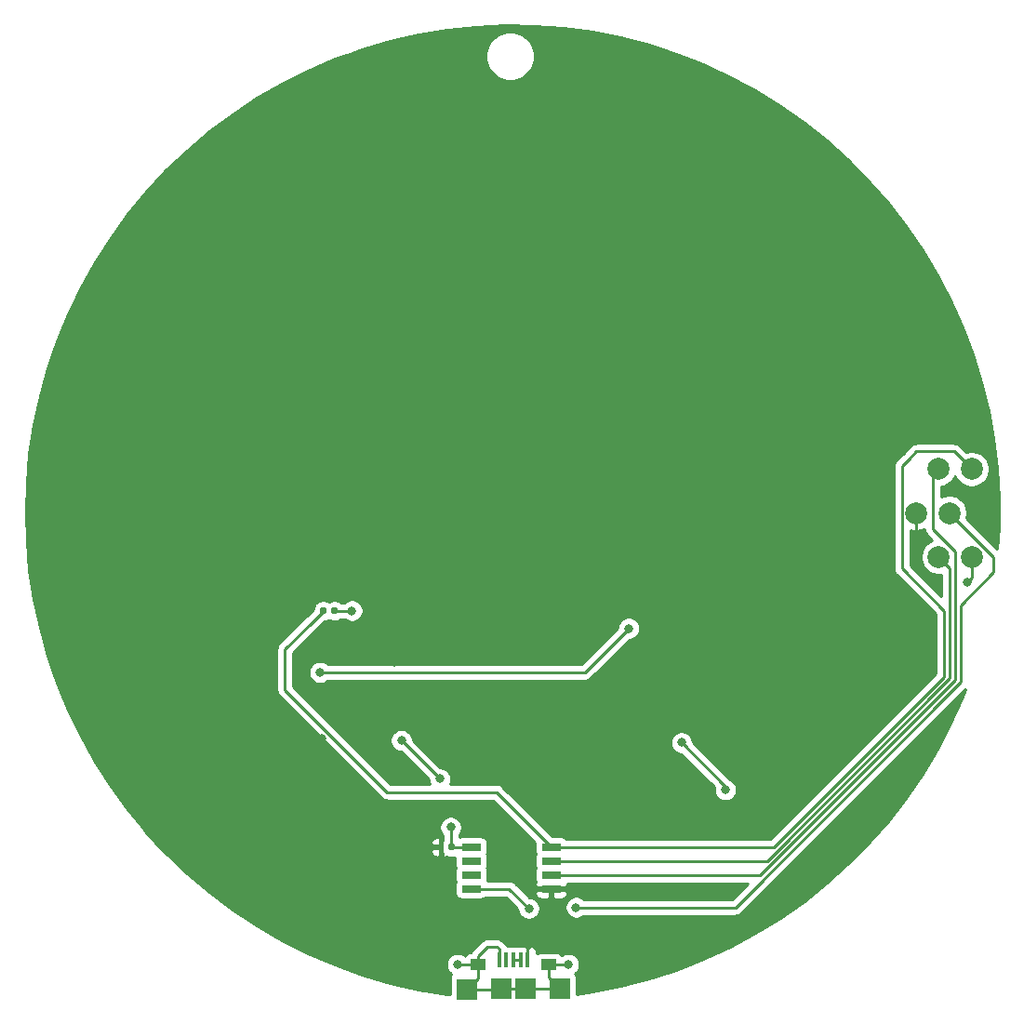
<source format=gbl>
G04 #@! TF.GenerationSoftware,KiCad,Pcbnew,5.1.10*
G04 #@! TF.CreationDate,2021-09-05T11:20:00+02:00*
G04 #@! TF.ProjectId,badge,62616467-652e-46b6-9963-61645f706362,rev?*
G04 #@! TF.SameCoordinates,Original*
G04 #@! TF.FileFunction,Copper,L2,Bot*
G04 #@! TF.FilePolarity,Positive*
%FSLAX46Y46*%
G04 Gerber Fmt 4.6, Leading zero omitted, Abs format (unit mm)*
G04 Created by KiCad (PCBNEW 5.1.10) date 2021-09-05 11:20:00*
%MOMM*%
%LPD*%
G01*
G04 APERTURE LIST*
G04 #@! TA.AperFunction,SMDPad,CuDef*
%ADD10C,2.000000*%
G04 #@! TD*
G04 #@! TA.AperFunction,SMDPad,CuDef*
%ADD11R,0.400000X1.350000*%
G04 #@! TD*
G04 #@! TA.AperFunction,SMDPad,CuDef*
%ADD12R,1.350000X1.000000*%
G04 #@! TD*
G04 #@! TA.AperFunction,SMDPad,CuDef*
%ADD13R,1.900000X1.900000*%
G04 #@! TD*
G04 #@! TA.AperFunction,SMDPad,CuDef*
%ADD14R,1.700000X0.650000*%
G04 #@! TD*
G04 #@! TA.AperFunction,ViaPad*
%ADD15C,0.800000*%
G04 #@! TD*
G04 #@! TA.AperFunction,Conductor*
%ADD16C,0.250000*%
G04 #@! TD*
G04 #@! TA.AperFunction,Conductor*
%ADD17C,0.254000*%
G04 #@! TD*
G04 #@! TA.AperFunction,Conductor*
%ADD18C,0.100000*%
G04 #@! TD*
G04 APERTURE END LIST*
G04 #@! TA.AperFunction,SMDPad,CuDef*
G36*
G01*
X144380000Y-130670000D02*
X144380000Y-130330000D01*
G75*
G02*
X144520000Y-130190000I140000J0D01*
G01*
X144800000Y-130190000D01*
G75*
G02*
X144940000Y-130330000I0J-140000D01*
G01*
X144940000Y-130670000D01*
G75*
G02*
X144800000Y-130810000I-140000J0D01*
G01*
X144520000Y-130810000D01*
G75*
G02*
X144380000Y-130670000I0J140000D01*
G01*
G37*
G04 #@! TD.AperFunction*
G04 #@! TA.AperFunction,SMDPad,CuDef*
G36*
G01*
X143420000Y-130670000D02*
X143420000Y-130330000D01*
G75*
G02*
X143560000Y-130190000I140000J0D01*
G01*
X143840000Y-130190000D01*
G75*
G02*
X143980000Y-130330000I0J-140000D01*
G01*
X143980000Y-130670000D01*
G75*
G02*
X143840000Y-130810000I-140000J0D01*
G01*
X143560000Y-130810000D01*
G75*
G02*
X143420000Y-130670000I0J140000D01*
G01*
G37*
G04 #@! TD.AperFunction*
D10*
X189000000Y-104100000D03*
X187000000Y-100100000D03*
X189000000Y-96100000D03*
X192000000Y-96100000D03*
X190000000Y-100100000D03*
X192000000Y-104100000D03*
D11*
X151600000Y-140800000D03*
X150950000Y-140800000D03*
X150300000Y-140800000D03*
X149650000Y-140800000D03*
X149000000Y-140800000D03*
D12*
X153500000Y-141200000D03*
X147100000Y-141200000D03*
D13*
X146100000Y-143450000D03*
X154500000Y-143400000D03*
X151400000Y-143400000D03*
X149200000Y-143400000D03*
G04 #@! TA.AperFunction,SMDPad,CuDef*
G36*
G01*
X134280000Y-108815000D02*
X134280000Y-109185000D01*
G75*
G02*
X134145000Y-109320000I-135000J0D01*
G01*
X133875000Y-109320000D01*
G75*
G02*
X133740000Y-109185000I0J135000D01*
G01*
X133740000Y-108815000D01*
G75*
G02*
X133875000Y-108680000I135000J0D01*
G01*
X134145000Y-108680000D01*
G75*
G02*
X134280000Y-108815000I0J-135000D01*
G01*
G37*
G04 #@! TD.AperFunction*
G04 #@! TA.AperFunction,SMDPad,CuDef*
G36*
G01*
X133260000Y-108815000D02*
X133260000Y-109185000D01*
G75*
G02*
X133125000Y-109320000I-135000J0D01*
G01*
X132855000Y-109320000D01*
G75*
G02*
X132720000Y-109185000I0J135000D01*
G01*
X132720000Y-108815000D01*
G75*
G02*
X132855000Y-108680000I135000J0D01*
G01*
X133125000Y-108680000D01*
G75*
G02*
X133260000Y-108815000I0J-135000D01*
G01*
G37*
G04 #@! TD.AperFunction*
D14*
X146450000Y-134305000D03*
X146450000Y-133035000D03*
X146450000Y-131765000D03*
X146450000Y-130495000D03*
X153750000Y-130495000D03*
X153750000Y-131765000D03*
X153750000Y-133035000D03*
X153750000Y-134305000D03*
D15*
X140100000Y-120800000D03*
X143600000Y-124300000D03*
X165600000Y-121000000D03*
X169600000Y-125300000D03*
X155300000Y-141200000D03*
X145200000Y-141200000D03*
X144600000Y-128700000D03*
X191600000Y-106400000D03*
X132835911Y-120593537D03*
X139500000Y-113700000D03*
X159635911Y-120343537D03*
X166500000Y-113700000D03*
X188700000Y-106699998D03*
X187250000Y-108150000D03*
X135600000Y-109000000D03*
X156000000Y-136000000D03*
X151700000Y-136100000D03*
X160800000Y-110600000D03*
X132700000Y-114600004D03*
D16*
X140100000Y-120800000D02*
X143600000Y-124300000D01*
X169600000Y-125000000D02*
X169600000Y-125300000D01*
X165600000Y-121000000D02*
X169600000Y-125000000D01*
X147000000Y-141200000D02*
X145200000Y-141200000D01*
X147100000Y-141200000D02*
X147000000Y-141200000D01*
X153500000Y-141200000D02*
X155300000Y-141200000D01*
X147100000Y-141200000D02*
X147100000Y-140400000D01*
X147100000Y-140400000D02*
X147900000Y-139600000D01*
X149000000Y-139800000D02*
X149000000Y-140800000D01*
X148800000Y-139600000D02*
X149000000Y-139800000D01*
X147900000Y-139600000D02*
X148800000Y-139600000D01*
X153500000Y-142400000D02*
X154500000Y-143400000D01*
X153500000Y-141200000D02*
X153500000Y-142400000D01*
X147100000Y-142450000D02*
X146100000Y-143450000D01*
X147100000Y-141200000D02*
X147100000Y-142450000D01*
X149150000Y-143450000D02*
X149200000Y-143400000D01*
X146100000Y-143450000D02*
X149150000Y-143450000D01*
X149200000Y-143400000D02*
X151400000Y-143400000D01*
X151400000Y-143400000D02*
X154500000Y-143400000D01*
X144665000Y-130495000D02*
X144660000Y-130500000D01*
X146450000Y-130495000D02*
X144665000Y-130495000D01*
X144660000Y-128760000D02*
X144600000Y-128700000D01*
X144660000Y-130500000D02*
X144660000Y-128760000D01*
X192000000Y-106000000D02*
X191600000Y-106400000D01*
X192000000Y-104100000D02*
X192000000Y-106000000D01*
X151600000Y-140800000D02*
X151600000Y-139400000D01*
X187000000Y-100100000D02*
X187000000Y-105000000D01*
X187000000Y-105000000D02*
X187400001Y-105399999D01*
X187400001Y-105399999D02*
X188700000Y-106699998D01*
X134010000Y-109000000D02*
X135600000Y-109000000D01*
X173371411Y-131765000D02*
X153750000Y-131765000D01*
X190000000Y-105100000D02*
X190000000Y-115136411D01*
X189000000Y-104100000D02*
X190000000Y-105100000D01*
X190000000Y-115136411D02*
X173371411Y-131765000D01*
X188500000Y-96600000D02*
X188500000Y-101600000D01*
X188500000Y-101600000D02*
X190500000Y-103600000D01*
X190500000Y-115272822D02*
X172737822Y-133035000D01*
X172737822Y-133035000D02*
X153750000Y-133035000D01*
X189000000Y-96100000D02*
X188500000Y-96600000D01*
X190500000Y-103600000D02*
X190500000Y-115272822D01*
X129500000Y-116184624D02*
X138815376Y-125500000D01*
X129500000Y-112500000D02*
X129500000Y-116184624D01*
X131974999Y-110025001D02*
X129500000Y-112500000D01*
X131974999Y-110015001D02*
X131974999Y-110025001D01*
X148755000Y-125500000D02*
X153750000Y-130495000D01*
X138815376Y-125500000D02*
X148755000Y-125500000D01*
X132990000Y-109000000D02*
X131974999Y-110015001D01*
X187000000Y-94500000D02*
X190400000Y-94500000D01*
X190400000Y-94500000D02*
X192000000Y-96100000D01*
X185674999Y-105174999D02*
X185674999Y-95825001D01*
X185674999Y-95825001D02*
X186250000Y-95250000D01*
X189500000Y-109000000D02*
X185674999Y-105174999D01*
X174005000Y-130495000D02*
X189500000Y-115000000D01*
X153750000Y-130495000D02*
X174005000Y-130495000D01*
X186250000Y-95250000D02*
X187000000Y-94500000D01*
X189500000Y-115000000D02*
X189500000Y-109000000D01*
X170500000Y-136000000D02*
X156000000Y-136000000D01*
X191000000Y-115500000D02*
X170500000Y-136000000D01*
X191000000Y-108500000D02*
X191000000Y-115500000D01*
X194000000Y-105500000D02*
X191000000Y-108500000D01*
X190000000Y-100100000D02*
X194000000Y-104100000D01*
X194000000Y-104100000D02*
X194000000Y-105500000D01*
X149905000Y-134305000D02*
X151700000Y-136100000D01*
X146450000Y-134305000D02*
X149905000Y-134305000D01*
X150300000Y-140800000D02*
X150950000Y-140800000D01*
X160800000Y-110600000D02*
X156799996Y-114600004D01*
X156799996Y-114600004D02*
X132700000Y-114600004D01*
D17*
X152187063Y-55754597D02*
X154829566Y-55952625D01*
X157455495Y-56308332D01*
X160055452Y-56820443D01*
X162620129Y-57487126D01*
X165140345Y-58305993D01*
X167607079Y-59274115D01*
X170011499Y-60388025D01*
X172345000Y-61643735D01*
X174599227Y-63036751D01*
X176766112Y-64562085D01*
X178837896Y-66214278D01*
X180807165Y-67987415D01*
X182666867Y-69875149D01*
X184410347Y-71870723D01*
X186031363Y-73966991D01*
X187524111Y-76156451D01*
X188883249Y-78431265D01*
X190103911Y-80783289D01*
X191181727Y-83204104D01*
X192112840Y-85685044D01*
X192893915Y-88217228D01*
X193522157Y-90791591D01*
X193995317Y-93398918D01*
X194311701Y-96029875D01*
X194470177Y-98675044D01*
X194470177Y-101324956D01*
X194347494Y-103372692D01*
X191566177Y-100591376D01*
X191572168Y-100576912D01*
X191635000Y-100261033D01*
X191635000Y-99938967D01*
X191572168Y-99623088D01*
X191448918Y-99325537D01*
X191269987Y-99057748D01*
X191042252Y-98830013D01*
X190774463Y-98651082D01*
X190476912Y-98527832D01*
X190161033Y-98465000D01*
X189838967Y-98465000D01*
X189523088Y-98527832D01*
X189260000Y-98636807D01*
X189260000Y-97715314D01*
X189476912Y-97672168D01*
X189774463Y-97548918D01*
X190042252Y-97369987D01*
X190269987Y-97142252D01*
X190448918Y-96874463D01*
X190500000Y-96751140D01*
X190551082Y-96874463D01*
X190730013Y-97142252D01*
X190957748Y-97369987D01*
X191225537Y-97548918D01*
X191523088Y-97672168D01*
X191838967Y-97735000D01*
X192161033Y-97735000D01*
X192476912Y-97672168D01*
X192774463Y-97548918D01*
X193042252Y-97369987D01*
X193269987Y-97142252D01*
X193448918Y-96874463D01*
X193572168Y-96576912D01*
X193635000Y-96261033D01*
X193635000Y-95938967D01*
X193572168Y-95623088D01*
X193448918Y-95325537D01*
X193269987Y-95057748D01*
X193042252Y-94830013D01*
X192774463Y-94651082D01*
X192476912Y-94527832D01*
X192161033Y-94465000D01*
X191838967Y-94465000D01*
X191523088Y-94527832D01*
X191508624Y-94533823D01*
X190963804Y-93989003D01*
X190940001Y-93959999D01*
X190824276Y-93865026D01*
X190692247Y-93794454D01*
X190548986Y-93750997D01*
X190437333Y-93740000D01*
X190437322Y-93740000D01*
X190400000Y-93736324D01*
X190362678Y-93740000D01*
X187037322Y-93740000D01*
X186999999Y-93736324D01*
X186962676Y-93740000D01*
X186962667Y-93740000D01*
X186851014Y-93750997D01*
X186707753Y-93794454D01*
X186575724Y-93865026D01*
X186459999Y-93959999D01*
X186436201Y-93988998D01*
X185739002Y-94686197D01*
X185738997Y-94686201D01*
X185163997Y-95261202D01*
X185134999Y-95285000D01*
X185111201Y-95313998D01*
X185111200Y-95313999D01*
X185040025Y-95400725D01*
X184969453Y-95532755D01*
X184966574Y-95542247D01*
X184926086Y-95675724D01*
X184925997Y-95676016D01*
X184911323Y-95825001D01*
X184915000Y-95862333D01*
X184914999Y-105137677D01*
X184911323Y-105174999D01*
X184914999Y-105212321D01*
X184914999Y-105212331D01*
X184925996Y-105323984D01*
X184939951Y-105369987D01*
X184969453Y-105467245D01*
X185040025Y-105599275D01*
X185073448Y-105640001D01*
X185134998Y-105715000D01*
X185164002Y-105738803D01*
X188740001Y-109314803D01*
X188740000Y-114685198D01*
X173690199Y-129735000D01*
X155064468Y-129735000D01*
X155051185Y-129718815D01*
X154954494Y-129639463D01*
X154844180Y-129580498D01*
X154724482Y-129544188D01*
X154600000Y-129531928D01*
X153861730Y-129531928D01*
X149318804Y-124989003D01*
X149295001Y-124959999D01*
X149179276Y-124865026D01*
X149047247Y-124794454D01*
X148903986Y-124750997D01*
X148792333Y-124740000D01*
X148792322Y-124740000D01*
X148755000Y-124736324D01*
X148717678Y-124740000D01*
X144538022Y-124740000D01*
X144595226Y-124601898D01*
X144635000Y-124401939D01*
X144635000Y-124198061D01*
X144595226Y-123998102D01*
X144517205Y-123809744D01*
X144403937Y-123640226D01*
X144259774Y-123496063D01*
X144090256Y-123382795D01*
X143901898Y-123304774D01*
X143701939Y-123265000D01*
X143639803Y-123265000D01*
X141272863Y-120898061D01*
X164565000Y-120898061D01*
X164565000Y-121101939D01*
X164604774Y-121301898D01*
X164682795Y-121490256D01*
X164796063Y-121659774D01*
X164940226Y-121803937D01*
X165109744Y-121917205D01*
X165298102Y-121995226D01*
X165498061Y-122035000D01*
X165560199Y-122035000D01*
X168591257Y-125066059D01*
X168565000Y-125198061D01*
X168565000Y-125401939D01*
X168604774Y-125601898D01*
X168682795Y-125790256D01*
X168796063Y-125959774D01*
X168940226Y-126103937D01*
X169109744Y-126217205D01*
X169298102Y-126295226D01*
X169498061Y-126335000D01*
X169701939Y-126335000D01*
X169901898Y-126295226D01*
X170090256Y-126217205D01*
X170259774Y-126103937D01*
X170403937Y-125959774D01*
X170517205Y-125790256D01*
X170595226Y-125601898D01*
X170635000Y-125401939D01*
X170635000Y-125198061D01*
X170595226Y-124998102D01*
X170517205Y-124809744D01*
X170403937Y-124640226D01*
X170259774Y-124496063D01*
X170090256Y-124382795D01*
X170034503Y-124359701D01*
X166635000Y-120960199D01*
X166635000Y-120898061D01*
X166595226Y-120698102D01*
X166517205Y-120509744D01*
X166403937Y-120340226D01*
X166259774Y-120196063D01*
X166090256Y-120082795D01*
X165901898Y-120004774D01*
X165701939Y-119965000D01*
X165498061Y-119965000D01*
X165298102Y-120004774D01*
X165109744Y-120082795D01*
X164940226Y-120196063D01*
X164796063Y-120340226D01*
X164682795Y-120509744D01*
X164604774Y-120698102D01*
X164565000Y-120898061D01*
X141272863Y-120898061D01*
X141135000Y-120760199D01*
X141135000Y-120698061D01*
X141095226Y-120498102D01*
X141017205Y-120309744D01*
X140903937Y-120140226D01*
X140759774Y-119996063D01*
X140590256Y-119882795D01*
X140401898Y-119804774D01*
X140201939Y-119765000D01*
X139998061Y-119765000D01*
X139798102Y-119804774D01*
X139609744Y-119882795D01*
X139440226Y-119996063D01*
X139296063Y-120140226D01*
X139182795Y-120309744D01*
X139104774Y-120498102D01*
X139065000Y-120698061D01*
X139065000Y-120901939D01*
X139104774Y-121101898D01*
X139182795Y-121290256D01*
X139296063Y-121459774D01*
X139440226Y-121603937D01*
X139609744Y-121717205D01*
X139798102Y-121795226D01*
X139998061Y-121835000D01*
X140060199Y-121835000D01*
X142565000Y-124339803D01*
X142565000Y-124401939D01*
X142604774Y-124601898D01*
X142661978Y-124740000D01*
X139130178Y-124740000D01*
X130260000Y-115869823D01*
X130260000Y-114498065D01*
X131665000Y-114498065D01*
X131665000Y-114701943D01*
X131704774Y-114901902D01*
X131782795Y-115090260D01*
X131896063Y-115259778D01*
X132040226Y-115403941D01*
X132209744Y-115517209D01*
X132398102Y-115595230D01*
X132598061Y-115635004D01*
X132801939Y-115635004D01*
X133001898Y-115595230D01*
X133190256Y-115517209D01*
X133359774Y-115403941D01*
X133403711Y-115360004D01*
X156762674Y-115360004D01*
X156799996Y-115363680D01*
X156837318Y-115360004D01*
X156837329Y-115360004D01*
X156948982Y-115349007D01*
X157092243Y-115305550D01*
X157224272Y-115234978D01*
X157339997Y-115140005D01*
X157363800Y-115111001D01*
X160839802Y-111635000D01*
X160901939Y-111635000D01*
X161101898Y-111595226D01*
X161290256Y-111517205D01*
X161459774Y-111403937D01*
X161603937Y-111259774D01*
X161717205Y-111090256D01*
X161795226Y-110901898D01*
X161835000Y-110701939D01*
X161835000Y-110498061D01*
X161795226Y-110298102D01*
X161717205Y-110109744D01*
X161603937Y-109940226D01*
X161459774Y-109796063D01*
X161290256Y-109682795D01*
X161101898Y-109604774D01*
X160901939Y-109565000D01*
X160698061Y-109565000D01*
X160498102Y-109604774D01*
X160309744Y-109682795D01*
X160140226Y-109796063D01*
X159996063Y-109940226D01*
X159882795Y-110109744D01*
X159804774Y-110298102D01*
X159765000Y-110498061D01*
X159765000Y-110560198D01*
X156485195Y-113840004D01*
X133403711Y-113840004D01*
X133359774Y-113796067D01*
X133190256Y-113682799D01*
X133001898Y-113604778D01*
X132801939Y-113565004D01*
X132598061Y-113565004D01*
X132398102Y-113604778D01*
X132209744Y-113682799D01*
X132040226Y-113796067D01*
X131896063Y-113940230D01*
X131782795Y-114109748D01*
X131704774Y-114298106D01*
X131665000Y-114498065D01*
X130260000Y-114498065D01*
X130260000Y-112814801D01*
X132486002Y-110588800D01*
X132515000Y-110565002D01*
X132538798Y-110536004D01*
X132584571Y-110480230D01*
X133106730Y-109958072D01*
X133125000Y-109958072D01*
X133275819Y-109943218D01*
X133420842Y-109899225D01*
X133500000Y-109856914D01*
X133579158Y-109899225D01*
X133724181Y-109943218D01*
X133875000Y-109958072D01*
X134145000Y-109958072D01*
X134295819Y-109943218D01*
X134440842Y-109899225D01*
X134574496Y-109827786D01*
X134657093Y-109760000D01*
X134896289Y-109760000D01*
X134940226Y-109803937D01*
X135109744Y-109917205D01*
X135298102Y-109995226D01*
X135498061Y-110035000D01*
X135701939Y-110035000D01*
X135901898Y-109995226D01*
X136090256Y-109917205D01*
X136259774Y-109803937D01*
X136403937Y-109659774D01*
X136517205Y-109490256D01*
X136595226Y-109301898D01*
X136635000Y-109101939D01*
X136635000Y-108898061D01*
X136595226Y-108698102D01*
X136517205Y-108509744D01*
X136403937Y-108340226D01*
X136259774Y-108196063D01*
X136090256Y-108082795D01*
X135901898Y-108004774D01*
X135701939Y-107965000D01*
X135498061Y-107965000D01*
X135298102Y-108004774D01*
X135109744Y-108082795D01*
X134940226Y-108196063D01*
X134896289Y-108240000D01*
X134657093Y-108240000D01*
X134574496Y-108172214D01*
X134440842Y-108100775D01*
X134295819Y-108056782D01*
X134145000Y-108041928D01*
X133875000Y-108041928D01*
X133724181Y-108056782D01*
X133579158Y-108100775D01*
X133500000Y-108143086D01*
X133420842Y-108100775D01*
X133275819Y-108056782D01*
X133125000Y-108041928D01*
X132855000Y-108041928D01*
X132704181Y-108056782D01*
X132559158Y-108100775D01*
X132425504Y-108172214D01*
X132308356Y-108268356D01*
X132212214Y-108385504D01*
X132140775Y-108519158D01*
X132096782Y-108664181D01*
X132081928Y-108815000D01*
X132081928Y-108833270D01*
X131464001Y-109451197D01*
X131434998Y-109475000D01*
X131381654Y-109540000D01*
X131365436Y-109559762D01*
X128989003Y-111936196D01*
X128959999Y-111959999D01*
X128904871Y-112027174D01*
X128865026Y-112075724D01*
X128816844Y-112165865D01*
X128794454Y-112207754D01*
X128750997Y-112351015D01*
X128740000Y-112462668D01*
X128740000Y-112462678D01*
X128736324Y-112500000D01*
X128740000Y-112537323D01*
X128740001Y-116147292D01*
X128736324Y-116184624D01*
X128750998Y-116333609D01*
X128794454Y-116476870D01*
X128865026Y-116608900D01*
X128936201Y-116695626D01*
X128960000Y-116724625D01*
X128988998Y-116748423D01*
X138251576Y-126011002D01*
X138275375Y-126040001D01*
X138304373Y-126063799D01*
X138391099Y-126134974D01*
X138523129Y-126205546D01*
X138666390Y-126249003D01*
X138778043Y-126260000D01*
X138778052Y-126260000D01*
X138815375Y-126263676D01*
X138852698Y-126260000D01*
X148440199Y-126260000D01*
X152269842Y-130089644D01*
X152261928Y-130170000D01*
X152261928Y-130820000D01*
X152274188Y-130944482D01*
X152310498Y-131064180D01*
X152345680Y-131130000D01*
X152310498Y-131195820D01*
X152274188Y-131315518D01*
X152261928Y-131440000D01*
X152261928Y-132090000D01*
X152274188Y-132214482D01*
X152310498Y-132334180D01*
X152345680Y-132400000D01*
X152310498Y-132465820D01*
X152274188Y-132585518D01*
X152261928Y-132710000D01*
X152261928Y-133360000D01*
X152274188Y-133484482D01*
X152310498Y-133604180D01*
X152345680Y-133670000D01*
X152310498Y-133735820D01*
X152274188Y-133855518D01*
X152261928Y-133980000D01*
X152265000Y-134019250D01*
X152423750Y-134178000D01*
X153623000Y-134178000D01*
X153623000Y-134158000D01*
X153877000Y-134158000D01*
X153877000Y-134178000D01*
X155076250Y-134178000D01*
X155235000Y-134019250D01*
X155238072Y-133980000D01*
X155225812Y-133855518D01*
X155207454Y-133795000D01*
X171630199Y-133795000D01*
X170185199Y-135240000D01*
X156703711Y-135240000D01*
X156659774Y-135196063D01*
X156490256Y-135082795D01*
X156301898Y-135004774D01*
X156101939Y-134965000D01*
X155898061Y-134965000D01*
X155698102Y-135004774D01*
X155509744Y-135082795D01*
X155340226Y-135196063D01*
X155196063Y-135340226D01*
X155082795Y-135509744D01*
X155004774Y-135698102D01*
X154965000Y-135898061D01*
X154965000Y-136101939D01*
X155004774Y-136301898D01*
X155082795Y-136490256D01*
X155196063Y-136659774D01*
X155340226Y-136803937D01*
X155509744Y-136917205D01*
X155698102Y-136995226D01*
X155898061Y-137035000D01*
X156101939Y-137035000D01*
X156301898Y-136995226D01*
X156490256Y-136917205D01*
X156659774Y-136803937D01*
X156703711Y-136760000D01*
X170462678Y-136760000D01*
X170500000Y-136763676D01*
X170537322Y-136760000D01*
X170537333Y-136760000D01*
X170648986Y-136749003D01*
X170792247Y-136705546D01*
X170924276Y-136634974D01*
X171040001Y-136540001D01*
X171063804Y-136510997D01*
X191423736Y-116151066D01*
X191181727Y-116795896D01*
X190103911Y-119216711D01*
X188883249Y-121568735D01*
X187524111Y-123843549D01*
X186031363Y-126033009D01*
X184410347Y-128129277D01*
X182666867Y-130124851D01*
X180807165Y-132012585D01*
X178837896Y-133785722D01*
X176766112Y-135437915D01*
X174599227Y-136963249D01*
X172345000Y-138356265D01*
X170011499Y-139611975D01*
X167607079Y-140725885D01*
X165140345Y-141694007D01*
X162620129Y-142512874D01*
X160055452Y-143179557D01*
X157455495Y-143691668D01*
X156088072Y-143876898D01*
X156088072Y-142450000D01*
X156075812Y-142325518D01*
X156039502Y-142205820D01*
X155980537Y-142095506D01*
X155924649Y-142027406D01*
X155959774Y-142003937D01*
X156103937Y-141859774D01*
X156217205Y-141690256D01*
X156295226Y-141501898D01*
X156335000Y-141301939D01*
X156335000Y-141098061D01*
X156295226Y-140898102D01*
X156217205Y-140709744D01*
X156103937Y-140540226D01*
X155959774Y-140396063D01*
X155790256Y-140282795D01*
X155601898Y-140204774D01*
X155401939Y-140165000D01*
X155198061Y-140165000D01*
X154998102Y-140204774D01*
X154809744Y-140282795D01*
X154708262Y-140350603D01*
X154705537Y-140345506D01*
X154626185Y-140248815D01*
X154529494Y-140169463D01*
X154419180Y-140110498D01*
X154299482Y-140074188D01*
X154175000Y-140061928D01*
X152825000Y-140061928D01*
X152700518Y-140074188D01*
X152580820Y-140110498D01*
X152470506Y-140169463D01*
X152437506Y-140196545D01*
X152437990Y-140135205D01*
X152427722Y-140010543D01*
X152393331Y-139890279D01*
X152336139Y-139779036D01*
X152258343Y-139681088D01*
X152162933Y-139600200D01*
X152053576Y-139539479D01*
X151934474Y-139501259D01*
X151831750Y-139490000D01*
X151673000Y-139648750D01*
X151673000Y-139761322D01*
X151601185Y-139673815D01*
X151504494Y-139594463D01*
X151436218Y-139557968D01*
X151368250Y-139490000D01*
X151277120Y-139499988D01*
X151274482Y-139499188D01*
X151150000Y-139486928D01*
X150750000Y-139486928D01*
X150625518Y-139499188D01*
X150625000Y-139499345D01*
X150624482Y-139499188D01*
X150500000Y-139486928D01*
X150100000Y-139486928D01*
X149975518Y-139499188D01*
X149975000Y-139499345D01*
X149974482Y-139499188D01*
X149850000Y-139486928D01*
X149694415Y-139486928D01*
X149634974Y-139375724D01*
X149540001Y-139259999D01*
X149510998Y-139236197D01*
X149363804Y-139089003D01*
X149340001Y-139059999D01*
X149224276Y-138965026D01*
X149092247Y-138894454D01*
X148948986Y-138850997D01*
X148837333Y-138840000D01*
X148837322Y-138840000D01*
X148800000Y-138836324D01*
X148762678Y-138840000D01*
X147937323Y-138840000D01*
X147900000Y-138836324D01*
X147862677Y-138840000D01*
X147862667Y-138840000D01*
X147751014Y-138850997D01*
X147607753Y-138894454D01*
X147475724Y-138965026D01*
X147359999Y-139059999D01*
X147336201Y-139088998D01*
X146588998Y-139836201D01*
X146560000Y-139859999D01*
X146536202Y-139888997D01*
X146536201Y-139888998D01*
X146465026Y-139975724D01*
X146418612Y-140062557D01*
X146300518Y-140074188D01*
X146180820Y-140110498D01*
X146070506Y-140169463D01*
X145973815Y-140248815D01*
X145894463Y-140345506D01*
X145864769Y-140401058D01*
X145859774Y-140396063D01*
X145690256Y-140282795D01*
X145501898Y-140204774D01*
X145301939Y-140165000D01*
X145098061Y-140165000D01*
X144898102Y-140204774D01*
X144709744Y-140282795D01*
X144540226Y-140396063D01*
X144396063Y-140540226D01*
X144282795Y-140709744D01*
X144204774Y-140898102D01*
X144165000Y-141098061D01*
X144165000Y-141301939D01*
X144204774Y-141501898D01*
X144282795Y-141690256D01*
X144396063Y-141859774D01*
X144540226Y-142003937D01*
X144666437Y-142088268D01*
X144619463Y-142145506D01*
X144560498Y-142255820D01*
X144524188Y-142375518D01*
X144511928Y-142500000D01*
X144511928Y-143916189D01*
X144254809Y-143889165D01*
X141640695Y-143455062D01*
X139057222Y-142865401D01*
X136513637Y-142122293D01*
X134019046Y-141228398D01*
X131582378Y-140186917D01*
X129212357Y-139001576D01*
X126917466Y-137676620D01*
X124705920Y-136216792D01*
X122585637Y-134627316D01*
X120564205Y-132913884D01*
X118648863Y-131082629D01*
X118393189Y-130807077D01*
X142781935Y-130807077D01*
X142793625Y-130931613D01*
X142829386Y-131051476D01*
X142887844Y-131162059D01*
X142966753Y-131259113D01*
X143063079Y-131338908D01*
X143173122Y-131398377D01*
X143292652Y-131435235D01*
X143414250Y-131445000D01*
X143573000Y-131286250D01*
X143573000Y-130627000D01*
X142943750Y-130627000D01*
X142785000Y-130785750D01*
X142781935Y-130807077D01*
X118393189Y-130807077D01*
X117823338Y-130192923D01*
X142781935Y-130192923D01*
X142785000Y-130214250D01*
X142943750Y-130373000D01*
X143573000Y-130373000D01*
X143573000Y-129713750D01*
X143414250Y-129555000D01*
X143292652Y-129564765D01*
X143173122Y-129601623D01*
X143063079Y-129661092D01*
X142966753Y-129740887D01*
X142887844Y-129837941D01*
X142829386Y-129948524D01*
X142793625Y-130068387D01*
X142781935Y-130192923D01*
X117823338Y-130192923D01*
X116846465Y-129140106D01*
X116400772Y-128598061D01*
X143565000Y-128598061D01*
X143565000Y-128801939D01*
X143604774Y-129001898D01*
X143682795Y-129190256D01*
X143796063Y-129359774D01*
X143900001Y-129463712D01*
X143900000Y-129640750D01*
X143827000Y-129713750D01*
X143827000Y-129983892D01*
X143801155Y-130032245D01*
X143756878Y-130178206D01*
X143741928Y-130330000D01*
X143741928Y-130670000D01*
X143756878Y-130821794D01*
X143801155Y-130967755D01*
X143827000Y-131016108D01*
X143827000Y-131286250D01*
X143985750Y-131445000D01*
X144107348Y-131435235D01*
X144226878Y-131398377D01*
X144236509Y-131393172D01*
X144368206Y-131433122D01*
X144520000Y-131448072D01*
X144800000Y-131448072D01*
X144951794Y-131433122D01*
X144962938Y-131429741D01*
X144961928Y-131440000D01*
X144961928Y-132090000D01*
X144974188Y-132214482D01*
X145010498Y-132334180D01*
X145045680Y-132400000D01*
X145010498Y-132465820D01*
X144974188Y-132585518D01*
X144961928Y-132710000D01*
X144961928Y-133360000D01*
X144974188Y-133484482D01*
X145010498Y-133604180D01*
X145045680Y-133670000D01*
X145010498Y-133735820D01*
X144974188Y-133855518D01*
X144961928Y-133980000D01*
X144961928Y-134630000D01*
X144974188Y-134754482D01*
X145010498Y-134874180D01*
X145069463Y-134984494D01*
X145148815Y-135081185D01*
X145245506Y-135160537D01*
X145355820Y-135219502D01*
X145475518Y-135255812D01*
X145600000Y-135268072D01*
X147300000Y-135268072D01*
X147424482Y-135255812D01*
X147544180Y-135219502D01*
X147654494Y-135160537D01*
X147751185Y-135081185D01*
X147764468Y-135065000D01*
X149590199Y-135065000D01*
X150665000Y-136139802D01*
X150665000Y-136201939D01*
X150704774Y-136401898D01*
X150782795Y-136590256D01*
X150896063Y-136759774D01*
X151040226Y-136903937D01*
X151209744Y-137017205D01*
X151398102Y-137095226D01*
X151598061Y-137135000D01*
X151801939Y-137135000D01*
X152001898Y-137095226D01*
X152190256Y-137017205D01*
X152359774Y-136903937D01*
X152503937Y-136759774D01*
X152617205Y-136590256D01*
X152695226Y-136401898D01*
X152735000Y-136201939D01*
X152735000Y-135998061D01*
X152695226Y-135798102D01*
X152617205Y-135609744D01*
X152503937Y-135440226D01*
X152359774Y-135296063D01*
X152190256Y-135182795D01*
X152001898Y-135104774D01*
X151801939Y-135065000D01*
X151739802Y-135065000D01*
X151304802Y-134630000D01*
X152261928Y-134630000D01*
X152274188Y-134754482D01*
X152310498Y-134874180D01*
X152369463Y-134984494D01*
X152448815Y-135081185D01*
X152545506Y-135160537D01*
X152655820Y-135219502D01*
X152775518Y-135255812D01*
X152900000Y-135268072D01*
X153464250Y-135265000D01*
X153623000Y-135106250D01*
X153623000Y-134432000D01*
X153877000Y-134432000D01*
X153877000Y-135106250D01*
X154035750Y-135265000D01*
X154600000Y-135268072D01*
X154724482Y-135255812D01*
X154844180Y-135219502D01*
X154954494Y-135160537D01*
X155051185Y-135081185D01*
X155130537Y-134984494D01*
X155189502Y-134874180D01*
X155225812Y-134754482D01*
X155238072Y-134630000D01*
X155235000Y-134590750D01*
X155076250Y-134432000D01*
X153877000Y-134432000D01*
X153623000Y-134432000D01*
X152423750Y-134432000D01*
X152265000Y-134590750D01*
X152261928Y-134630000D01*
X151304802Y-134630000D01*
X150468804Y-133794003D01*
X150445001Y-133764999D01*
X150329276Y-133670026D01*
X150197247Y-133599454D01*
X150053986Y-133555997D01*
X149942333Y-133545000D01*
X149942322Y-133545000D01*
X149905000Y-133541324D01*
X149867678Y-133545000D01*
X147907454Y-133545000D01*
X147925812Y-133484482D01*
X147938072Y-133360000D01*
X147938072Y-132710000D01*
X147925812Y-132585518D01*
X147889502Y-132465820D01*
X147854320Y-132400000D01*
X147889502Y-132334180D01*
X147925812Y-132214482D01*
X147938072Y-132090000D01*
X147938072Y-131440000D01*
X147925812Y-131315518D01*
X147889502Y-131195820D01*
X147854320Y-131130000D01*
X147889502Y-131064180D01*
X147925812Y-130944482D01*
X147938072Y-130820000D01*
X147938072Y-130170000D01*
X147925812Y-130045518D01*
X147889502Y-129925820D01*
X147830537Y-129815506D01*
X147751185Y-129718815D01*
X147654494Y-129639463D01*
X147544180Y-129580498D01*
X147424482Y-129544188D01*
X147300000Y-129531928D01*
X145600000Y-129531928D01*
X145475518Y-129544188D01*
X145420000Y-129561029D01*
X145420000Y-129335734D01*
X145517205Y-129190256D01*
X145595226Y-129001898D01*
X145635000Y-128801939D01*
X145635000Y-128598061D01*
X145595226Y-128398102D01*
X145517205Y-128209744D01*
X145403937Y-128040226D01*
X145259774Y-127896063D01*
X145090256Y-127782795D01*
X144901898Y-127704774D01*
X144701939Y-127665000D01*
X144498061Y-127665000D01*
X144298102Y-127704774D01*
X144109744Y-127782795D01*
X143940226Y-127896063D01*
X143796063Y-128040226D01*
X143682795Y-128209744D01*
X143604774Y-128398102D01*
X143565000Y-128598061D01*
X116400772Y-128598061D01*
X115163464Y-127093269D01*
X113605885Y-124949445D01*
X112179303Y-122716309D01*
X110888825Y-120401854D01*
X109739072Y-118014366D01*
X108734158Y-115562391D01*
X107877680Y-113054707D01*
X107172706Y-110500290D01*
X106621759Y-107908285D01*
X106226810Y-105287970D01*
X105989273Y-102648726D01*
X105910000Y-100000000D01*
X105989273Y-97351274D01*
X106226810Y-94712030D01*
X106621759Y-92091715D01*
X107172706Y-89499710D01*
X107877680Y-86945293D01*
X108734158Y-84437609D01*
X109739072Y-81985634D01*
X110888825Y-79598146D01*
X112179303Y-77283691D01*
X113605885Y-75050555D01*
X115163464Y-72906731D01*
X116846465Y-70859894D01*
X118648863Y-68917371D01*
X120564205Y-67086116D01*
X122585637Y-65372684D01*
X124705920Y-63783208D01*
X126917466Y-62323380D01*
X129212357Y-60998424D01*
X131582378Y-59813083D01*
X134019046Y-58771602D01*
X135391315Y-58279872D01*
X147765000Y-58279872D01*
X147765000Y-58720128D01*
X147850890Y-59151925D01*
X148019369Y-59558669D01*
X148263962Y-59924729D01*
X148575271Y-60236038D01*
X148941331Y-60480631D01*
X149348075Y-60649110D01*
X149779872Y-60735000D01*
X150220128Y-60735000D01*
X150651925Y-60649110D01*
X151058669Y-60480631D01*
X151424729Y-60236038D01*
X151736038Y-59924729D01*
X151980631Y-59558669D01*
X152149110Y-59151925D01*
X152235000Y-58720128D01*
X152235000Y-58279872D01*
X152149110Y-57848075D01*
X151980631Y-57441331D01*
X151736038Y-57075271D01*
X151424729Y-56763962D01*
X151058669Y-56519369D01*
X150651925Y-56350890D01*
X150220128Y-56265000D01*
X149779872Y-56265000D01*
X149348075Y-56350890D01*
X148941331Y-56519369D01*
X148575271Y-56763962D01*
X148263962Y-57075271D01*
X148019369Y-57441331D01*
X147850890Y-57848075D01*
X147765000Y-58279872D01*
X135391315Y-58279872D01*
X136513637Y-57877707D01*
X139057222Y-57134599D01*
X141640695Y-56544938D01*
X144254809Y-56110835D01*
X146890204Y-55833844D01*
X149537448Y-55714956D01*
X152187063Y-55754597D01*
G04 #@! TA.AperFunction,Conductor*
D18*
G36*
X152187063Y-55754597D02*
G01*
X154829566Y-55952625D01*
X157455495Y-56308332D01*
X160055452Y-56820443D01*
X162620129Y-57487126D01*
X165140345Y-58305993D01*
X167607079Y-59274115D01*
X170011499Y-60388025D01*
X172345000Y-61643735D01*
X174599227Y-63036751D01*
X176766112Y-64562085D01*
X178837896Y-66214278D01*
X180807165Y-67987415D01*
X182666867Y-69875149D01*
X184410347Y-71870723D01*
X186031363Y-73966991D01*
X187524111Y-76156451D01*
X188883249Y-78431265D01*
X190103911Y-80783289D01*
X191181727Y-83204104D01*
X192112840Y-85685044D01*
X192893915Y-88217228D01*
X193522157Y-90791591D01*
X193995317Y-93398918D01*
X194311701Y-96029875D01*
X194470177Y-98675044D01*
X194470177Y-101324956D01*
X194347494Y-103372692D01*
X191566177Y-100591376D01*
X191572168Y-100576912D01*
X191635000Y-100261033D01*
X191635000Y-99938967D01*
X191572168Y-99623088D01*
X191448918Y-99325537D01*
X191269987Y-99057748D01*
X191042252Y-98830013D01*
X190774463Y-98651082D01*
X190476912Y-98527832D01*
X190161033Y-98465000D01*
X189838967Y-98465000D01*
X189523088Y-98527832D01*
X189260000Y-98636807D01*
X189260000Y-97715314D01*
X189476912Y-97672168D01*
X189774463Y-97548918D01*
X190042252Y-97369987D01*
X190269987Y-97142252D01*
X190448918Y-96874463D01*
X190500000Y-96751140D01*
X190551082Y-96874463D01*
X190730013Y-97142252D01*
X190957748Y-97369987D01*
X191225537Y-97548918D01*
X191523088Y-97672168D01*
X191838967Y-97735000D01*
X192161033Y-97735000D01*
X192476912Y-97672168D01*
X192774463Y-97548918D01*
X193042252Y-97369987D01*
X193269987Y-97142252D01*
X193448918Y-96874463D01*
X193572168Y-96576912D01*
X193635000Y-96261033D01*
X193635000Y-95938967D01*
X193572168Y-95623088D01*
X193448918Y-95325537D01*
X193269987Y-95057748D01*
X193042252Y-94830013D01*
X192774463Y-94651082D01*
X192476912Y-94527832D01*
X192161033Y-94465000D01*
X191838967Y-94465000D01*
X191523088Y-94527832D01*
X191508624Y-94533823D01*
X190963804Y-93989003D01*
X190940001Y-93959999D01*
X190824276Y-93865026D01*
X190692247Y-93794454D01*
X190548986Y-93750997D01*
X190437333Y-93740000D01*
X190437322Y-93740000D01*
X190400000Y-93736324D01*
X190362678Y-93740000D01*
X187037322Y-93740000D01*
X186999999Y-93736324D01*
X186962676Y-93740000D01*
X186962667Y-93740000D01*
X186851014Y-93750997D01*
X186707753Y-93794454D01*
X186575724Y-93865026D01*
X186459999Y-93959999D01*
X186436201Y-93988998D01*
X185739002Y-94686197D01*
X185738997Y-94686201D01*
X185163997Y-95261202D01*
X185134999Y-95285000D01*
X185111201Y-95313998D01*
X185111200Y-95313999D01*
X185040025Y-95400725D01*
X184969453Y-95532755D01*
X184966574Y-95542247D01*
X184926086Y-95675724D01*
X184925997Y-95676016D01*
X184911323Y-95825001D01*
X184915000Y-95862333D01*
X184914999Y-105137677D01*
X184911323Y-105174999D01*
X184914999Y-105212321D01*
X184914999Y-105212331D01*
X184925996Y-105323984D01*
X184939951Y-105369987D01*
X184969453Y-105467245D01*
X185040025Y-105599275D01*
X185073448Y-105640001D01*
X185134998Y-105715000D01*
X185164002Y-105738803D01*
X188740001Y-109314803D01*
X188740000Y-114685198D01*
X173690199Y-129735000D01*
X155064468Y-129735000D01*
X155051185Y-129718815D01*
X154954494Y-129639463D01*
X154844180Y-129580498D01*
X154724482Y-129544188D01*
X154600000Y-129531928D01*
X153861730Y-129531928D01*
X149318804Y-124989003D01*
X149295001Y-124959999D01*
X149179276Y-124865026D01*
X149047247Y-124794454D01*
X148903986Y-124750997D01*
X148792333Y-124740000D01*
X148792322Y-124740000D01*
X148755000Y-124736324D01*
X148717678Y-124740000D01*
X144538022Y-124740000D01*
X144595226Y-124601898D01*
X144635000Y-124401939D01*
X144635000Y-124198061D01*
X144595226Y-123998102D01*
X144517205Y-123809744D01*
X144403937Y-123640226D01*
X144259774Y-123496063D01*
X144090256Y-123382795D01*
X143901898Y-123304774D01*
X143701939Y-123265000D01*
X143639803Y-123265000D01*
X141272863Y-120898061D01*
X164565000Y-120898061D01*
X164565000Y-121101939D01*
X164604774Y-121301898D01*
X164682795Y-121490256D01*
X164796063Y-121659774D01*
X164940226Y-121803937D01*
X165109744Y-121917205D01*
X165298102Y-121995226D01*
X165498061Y-122035000D01*
X165560199Y-122035000D01*
X168591257Y-125066059D01*
X168565000Y-125198061D01*
X168565000Y-125401939D01*
X168604774Y-125601898D01*
X168682795Y-125790256D01*
X168796063Y-125959774D01*
X168940226Y-126103937D01*
X169109744Y-126217205D01*
X169298102Y-126295226D01*
X169498061Y-126335000D01*
X169701939Y-126335000D01*
X169901898Y-126295226D01*
X170090256Y-126217205D01*
X170259774Y-126103937D01*
X170403937Y-125959774D01*
X170517205Y-125790256D01*
X170595226Y-125601898D01*
X170635000Y-125401939D01*
X170635000Y-125198061D01*
X170595226Y-124998102D01*
X170517205Y-124809744D01*
X170403937Y-124640226D01*
X170259774Y-124496063D01*
X170090256Y-124382795D01*
X170034503Y-124359701D01*
X166635000Y-120960199D01*
X166635000Y-120898061D01*
X166595226Y-120698102D01*
X166517205Y-120509744D01*
X166403937Y-120340226D01*
X166259774Y-120196063D01*
X166090256Y-120082795D01*
X165901898Y-120004774D01*
X165701939Y-119965000D01*
X165498061Y-119965000D01*
X165298102Y-120004774D01*
X165109744Y-120082795D01*
X164940226Y-120196063D01*
X164796063Y-120340226D01*
X164682795Y-120509744D01*
X164604774Y-120698102D01*
X164565000Y-120898061D01*
X141272863Y-120898061D01*
X141135000Y-120760199D01*
X141135000Y-120698061D01*
X141095226Y-120498102D01*
X141017205Y-120309744D01*
X140903937Y-120140226D01*
X140759774Y-119996063D01*
X140590256Y-119882795D01*
X140401898Y-119804774D01*
X140201939Y-119765000D01*
X139998061Y-119765000D01*
X139798102Y-119804774D01*
X139609744Y-119882795D01*
X139440226Y-119996063D01*
X139296063Y-120140226D01*
X139182795Y-120309744D01*
X139104774Y-120498102D01*
X139065000Y-120698061D01*
X139065000Y-120901939D01*
X139104774Y-121101898D01*
X139182795Y-121290256D01*
X139296063Y-121459774D01*
X139440226Y-121603937D01*
X139609744Y-121717205D01*
X139798102Y-121795226D01*
X139998061Y-121835000D01*
X140060199Y-121835000D01*
X142565000Y-124339803D01*
X142565000Y-124401939D01*
X142604774Y-124601898D01*
X142661978Y-124740000D01*
X139130178Y-124740000D01*
X130260000Y-115869823D01*
X130260000Y-114498065D01*
X131665000Y-114498065D01*
X131665000Y-114701943D01*
X131704774Y-114901902D01*
X131782795Y-115090260D01*
X131896063Y-115259778D01*
X132040226Y-115403941D01*
X132209744Y-115517209D01*
X132398102Y-115595230D01*
X132598061Y-115635004D01*
X132801939Y-115635004D01*
X133001898Y-115595230D01*
X133190256Y-115517209D01*
X133359774Y-115403941D01*
X133403711Y-115360004D01*
X156762674Y-115360004D01*
X156799996Y-115363680D01*
X156837318Y-115360004D01*
X156837329Y-115360004D01*
X156948982Y-115349007D01*
X157092243Y-115305550D01*
X157224272Y-115234978D01*
X157339997Y-115140005D01*
X157363800Y-115111001D01*
X160839802Y-111635000D01*
X160901939Y-111635000D01*
X161101898Y-111595226D01*
X161290256Y-111517205D01*
X161459774Y-111403937D01*
X161603937Y-111259774D01*
X161717205Y-111090256D01*
X161795226Y-110901898D01*
X161835000Y-110701939D01*
X161835000Y-110498061D01*
X161795226Y-110298102D01*
X161717205Y-110109744D01*
X161603937Y-109940226D01*
X161459774Y-109796063D01*
X161290256Y-109682795D01*
X161101898Y-109604774D01*
X160901939Y-109565000D01*
X160698061Y-109565000D01*
X160498102Y-109604774D01*
X160309744Y-109682795D01*
X160140226Y-109796063D01*
X159996063Y-109940226D01*
X159882795Y-110109744D01*
X159804774Y-110298102D01*
X159765000Y-110498061D01*
X159765000Y-110560198D01*
X156485195Y-113840004D01*
X133403711Y-113840004D01*
X133359774Y-113796067D01*
X133190256Y-113682799D01*
X133001898Y-113604778D01*
X132801939Y-113565004D01*
X132598061Y-113565004D01*
X132398102Y-113604778D01*
X132209744Y-113682799D01*
X132040226Y-113796067D01*
X131896063Y-113940230D01*
X131782795Y-114109748D01*
X131704774Y-114298106D01*
X131665000Y-114498065D01*
X130260000Y-114498065D01*
X130260000Y-112814801D01*
X132486002Y-110588800D01*
X132515000Y-110565002D01*
X132538798Y-110536004D01*
X132584571Y-110480230D01*
X133106730Y-109958072D01*
X133125000Y-109958072D01*
X133275819Y-109943218D01*
X133420842Y-109899225D01*
X133500000Y-109856914D01*
X133579158Y-109899225D01*
X133724181Y-109943218D01*
X133875000Y-109958072D01*
X134145000Y-109958072D01*
X134295819Y-109943218D01*
X134440842Y-109899225D01*
X134574496Y-109827786D01*
X134657093Y-109760000D01*
X134896289Y-109760000D01*
X134940226Y-109803937D01*
X135109744Y-109917205D01*
X135298102Y-109995226D01*
X135498061Y-110035000D01*
X135701939Y-110035000D01*
X135901898Y-109995226D01*
X136090256Y-109917205D01*
X136259774Y-109803937D01*
X136403937Y-109659774D01*
X136517205Y-109490256D01*
X136595226Y-109301898D01*
X136635000Y-109101939D01*
X136635000Y-108898061D01*
X136595226Y-108698102D01*
X136517205Y-108509744D01*
X136403937Y-108340226D01*
X136259774Y-108196063D01*
X136090256Y-108082795D01*
X135901898Y-108004774D01*
X135701939Y-107965000D01*
X135498061Y-107965000D01*
X135298102Y-108004774D01*
X135109744Y-108082795D01*
X134940226Y-108196063D01*
X134896289Y-108240000D01*
X134657093Y-108240000D01*
X134574496Y-108172214D01*
X134440842Y-108100775D01*
X134295819Y-108056782D01*
X134145000Y-108041928D01*
X133875000Y-108041928D01*
X133724181Y-108056782D01*
X133579158Y-108100775D01*
X133500000Y-108143086D01*
X133420842Y-108100775D01*
X133275819Y-108056782D01*
X133125000Y-108041928D01*
X132855000Y-108041928D01*
X132704181Y-108056782D01*
X132559158Y-108100775D01*
X132425504Y-108172214D01*
X132308356Y-108268356D01*
X132212214Y-108385504D01*
X132140775Y-108519158D01*
X132096782Y-108664181D01*
X132081928Y-108815000D01*
X132081928Y-108833270D01*
X131464001Y-109451197D01*
X131434998Y-109475000D01*
X131381654Y-109540000D01*
X131365436Y-109559762D01*
X128989003Y-111936196D01*
X128959999Y-111959999D01*
X128904871Y-112027174D01*
X128865026Y-112075724D01*
X128816844Y-112165865D01*
X128794454Y-112207754D01*
X128750997Y-112351015D01*
X128740000Y-112462668D01*
X128740000Y-112462678D01*
X128736324Y-112500000D01*
X128740000Y-112537323D01*
X128740001Y-116147292D01*
X128736324Y-116184624D01*
X128750998Y-116333609D01*
X128794454Y-116476870D01*
X128865026Y-116608900D01*
X128936201Y-116695626D01*
X128960000Y-116724625D01*
X128988998Y-116748423D01*
X138251576Y-126011002D01*
X138275375Y-126040001D01*
X138304373Y-126063799D01*
X138391099Y-126134974D01*
X138523129Y-126205546D01*
X138666390Y-126249003D01*
X138778043Y-126260000D01*
X138778052Y-126260000D01*
X138815375Y-126263676D01*
X138852698Y-126260000D01*
X148440199Y-126260000D01*
X152269842Y-130089644D01*
X152261928Y-130170000D01*
X152261928Y-130820000D01*
X152274188Y-130944482D01*
X152310498Y-131064180D01*
X152345680Y-131130000D01*
X152310498Y-131195820D01*
X152274188Y-131315518D01*
X152261928Y-131440000D01*
X152261928Y-132090000D01*
X152274188Y-132214482D01*
X152310498Y-132334180D01*
X152345680Y-132400000D01*
X152310498Y-132465820D01*
X152274188Y-132585518D01*
X152261928Y-132710000D01*
X152261928Y-133360000D01*
X152274188Y-133484482D01*
X152310498Y-133604180D01*
X152345680Y-133670000D01*
X152310498Y-133735820D01*
X152274188Y-133855518D01*
X152261928Y-133980000D01*
X152265000Y-134019250D01*
X152423750Y-134178000D01*
X153623000Y-134178000D01*
X153623000Y-134158000D01*
X153877000Y-134158000D01*
X153877000Y-134178000D01*
X155076250Y-134178000D01*
X155235000Y-134019250D01*
X155238072Y-133980000D01*
X155225812Y-133855518D01*
X155207454Y-133795000D01*
X171630199Y-133795000D01*
X170185199Y-135240000D01*
X156703711Y-135240000D01*
X156659774Y-135196063D01*
X156490256Y-135082795D01*
X156301898Y-135004774D01*
X156101939Y-134965000D01*
X155898061Y-134965000D01*
X155698102Y-135004774D01*
X155509744Y-135082795D01*
X155340226Y-135196063D01*
X155196063Y-135340226D01*
X155082795Y-135509744D01*
X155004774Y-135698102D01*
X154965000Y-135898061D01*
X154965000Y-136101939D01*
X155004774Y-136301898D01*
X155082795Y-136490256D01*
X155196063Y-136659774D01*
X155340226Y-136803937D01*
X155509744Y-136917205D01*
X155698102Y-136995226D01*
X155898061Y-137035000D01*
X156101939Y-137035000D01*
X156301898Y-136995226D01*
X156490256Y-136917205D01*
X156659774Y-136803937D01*
X156703711Y-136760000D01*
X170462678Y-136760000D01*
X170500000Y-136763676D01*
X170537322Y-136760000D01*
X170537333Y-136760000D01*
X170648986Y-136749003D01*
X170792247Y-136705546D01*
X170924276Y-136634974D01*
X171040001Y-136540001D01*
X171063804Y-136510997D01*
X191423736Y-116151066D01*
X191181727Y-116795896D01*
X190103911Y-119216711D01*
X188883249Y-121568735D01*
X187524111Y-123843549D01*
X186031363Y-126033009D01*
X184410347Y-128129277D01*
X182666867Y-130124851D01*
X180807165Y-132012585D01*
X178837896Y-133785722D01*
X176766112Y-135437915D01*
X174599227Y-136963249D01*
X172345000Y-138356265D01*
X170011499Y-139611975D01*
X167607079Y-140725885D01*
X165140345Y-141694007D01*
X162620129Y-142512874D01*
X160055452Y-143179557D01*
X157455495Y-143691668D01*
X156088072Y-143876898D01*
X156088072Y-142450000D01*
X156075812Y-142325518D01*
X156039502Y-142205820D01*
X155980537Y-142095506D01*
X155924649Y-142027406D01*
X155959774Y-142003937D01*
X156103937Y-141859774D01*
X156217205Y-141690256D01*
X156295226Y-141501898D01*
X156335000Y-141301939D01*
X156335000Y-141098061D01*
X156295226Y-140898102D01*
X156217205Y-140709744D01*
X156103937Y-140540226D01*
X155959774Y-140396063D01*
X155790256Y-140282795D01*
X155601898Y-140204774D01*
X155401939Y-140165000D01*
X155198061Y-140165000D01*
X154998102Y-140204774D01*
X154809744Y-140282795D01*
X154708262Y-140350603D01*
X154705537Y-140345506D01*
X154626185Y-140248815D01*
X154529494Y-140169463D01*
X154419180Y-140110498D01*
X154299482Y-140074188D01*
X154175000Y-140061928D01*
X152825000Y-140061928D01*
X152700518Y-140074188D01*
X152580820Y-140110498D01*
X152470506Y-140169463D01*
X152437506Y-140196545D01*
X152437990Y-140135205D01*
X152427722Y-140010543D01*
X152393331Y-139890279D01*
X152336139Y-139779036D01*
X152258343Y-139681088D01*
X152162933Y-139600200D01*
X152053576Y-139539479D01*
X151934474Y-139501259D01*
X151831750Y-139490000D01*
X151673000Y-139648750D01*
X151673000Y-139761322D01*
X151601185Y-139673815D01*
X151504494Y-139594463D01*
X151436218Y-139557968D01*
X151368250Y-139490000D01*
X151277120Y-139499988D01*
X151274482Y-139499188D01*
X151150000Y-139486928D01*
X150750000Y-139486928D01*
X150625518Y-139499188D01*
X150625000Y-139499345D01*
X150624482Y-139499188D01*
X150500000Y-139486928D01*
X150100000Y-139486928D01*
X149975518Y-139499188D01*
X149975000Y-139499345D01*
X149974482Y-139499188D01*
X149850000Y-139486928D01*
X149694415Y-139486928D01*
X149634974Y-139375724D01*
X149540001Y-139259999D01*
X149510998Y-139236197D01*
X149363804Y-139089003D01*
X149340001Y-139059999D01*
X149224276Y-138965026D01*
X149092247Y-138894454D01*
X148948986Y-138850997D01*
X148837333Y-138840000D01*
X148837322Y-138840000D01*
X148800000Y-138836324D01*
X148762678Y-138840000D01*
X147937323Y-138840000D01*
X147900000Y-138836324D01*
X147862677Y-138840000D01*
X147862667Y-138840000D01*
X147751014Y-138850997D01*
X147607753Y-138894454D01*
X147475724Y-138965026D01*
X147359999Y-139059999D01*
X147336201Y-139088998D01*
X146588998Y-139836201D01*
X146560000Y-139859999D01*
X146536202Y-139888997D01*
X146536201Y-139888998D01*
X146465026Y-139975724D01*
X146418612Y-140062557D01*
X146300518Y-140074188D01*
X146180820Y-140110498D01*
X146070506Y-140169463D01*
X145973815Y-140248815D01*
X145894463Y-140345506D01*
X145864769Y-140401058D01*
X145859774Y-140396063D01*
X145690256Y-140282795D01*
X145501898Y-140204774D01*
X145301939Y-140165000D01*
X145098061Y-140165000D01*
X144898102Y-140204774D01*
X144709744Y-140282795D01*
X144540226Y-140396063D01*
X144396063Y-140540226D01*
X144282795Y-140709744D01*
X144204774Y-140898102D01*
X144165000Y-141098061D01*
X144165000Y-141301939D01*
X144204774Y-141501898D01*
X144282795Y-141690256D01*
X144396063Y-141859774D01*
X144540226Y-142003937D01*
X144666437Y-142088268D01*
X144619463Y-142145506D01*
X144560498Y-142255820D01*
X144524188Y-142375518D01*
X144511928Y-142500000D01*
X144511928Y-143916189D01*
X144254809Y-143889165D01*
X141640695Y-143455062D01*
X139057222Y-142865401D01*
X136513637Y-142122293D01*
X134019046Y-141228398D01*
X131582378Y-140186917D01*
X129212357Y-139001576D01*
X126917466Y-137676620D01*
X124705920Y-136216792D01*
X122585637Y-134627316D01*
X120564205Y-132913884D01*
X118648863Y-131082629D01*
X118393189Y-130807077D01*
X142781935Y-130807077D01*
X142793625Y-130931613D01*
X142829386Y-131051476D01*
X142887844Y-131162059D01*
X142966753Y-131259113D01*
X143063079Y-131338908D01*
X143173122Y-131398377D01*
X143292652Y-131435235D01*
X143414250Y-131445000D01*
X143573000Y-131286250D01*
X143573000Y-130627000D01*
X142943750Y-130627000D01*
X142785000Y-130785750D01*
X142781935Y-130807077D01*
X118393189Y-130807077D01*
X117823338Y-130192923D01*
X142781935Y-130192923D01*
X142785000Y-130214250D01*
X142943750Y-130373000D01*
X143573000Y-130373000D01*
X143573000Y-129713750D01*
X143414250Y-129555000D01*
X143292652Y-129564765D01*
X143173122Y-129601623D01*
X143063079Y-129661092D01*
X142966753Y-129740887D01*
X142887844Y-129837941D01*
X142829386Y-129948524D01*
X142793625Y-130068387D01*
X142781935Y-130192923D01*
X117823338Y-130192923D01*
X116846465Y-129140106D01*
X116400772Y-128598061D01*
X143565000Y-128598061D01*
X143565000Y-128801939D01*
X143604774Y-129001898D01*
X143682795Y-129190256D01*
X143796063Y-129359774D01*
X143900001Y-129463712D01*
X143900000Y-129640750D01*
X143827000Y-129713750D01*
X143827000Y-129983892D01*
X143801155Y-130032245D01*
X143756878Y-130178206D01*
X143741928Y-130330000D01*
X143741928Y-130670000D01*
X143756878Y-130821794D01*
X143801155Y-130967755D01*
X143827000Y-131016108D01*
X143827000Y-131286250D01*
X143985750Y-131445000D01*
X144107348Y-131435235D01*
X144226878Y-131398377D01*
X144236509Y-131393172D01*
X144368206Y-131433122D01*
X144520000Y-131448072D01*
X144800000Y-131448072D01*
X144951794Y-131433122D01*
X144962938Y-131429741D01*
X144961928Y-131440000D01*
X144961928Y-132090000D01*
X144974188Y-132214482D01*
X145010498Y-132334180D01*
X145045680Y-132400000D01*
X145010498Y-132465820D01*
X144974188Y-132585518D01*
X144961928Y-132710000D01*
X144961928Y-133360000D01*
X144974188Y-133484482D01*
X145010498Y-133604180D01*
X145045680Y-133670000D01*
X145010498Y-133735820D01*
X144974188Y-133855518D01*
X144961928Y-133980000D01*
X144961928Y-134630000D01*
X144974188Y-134754482D01*
X145010498Y-134874180D01*
X145069463Y-134984494D01*
X145148815Y-135081185D01*
X145245506Y-135160537D01*
X145355820Y-135219502D01*
X145475518Y-135255812D01*
X145600000Y-135268072D01*
X147300000Y-135268072D01*
X147424482Y-135255812D01*
X147544180Y-135219502D01*
X147654494Y-135160537D01*
X147751185Y-135081185D01*
X147764468Y-135065000D01*
X149590199Y-135065000D01*
X150665000Y-136139802D01*
X150665000Y-136201939D01*
X150704774Y-136401898D01*
X150782795Y-136590256D01*
X150896063Y-136759774D01*
X151040226Y-136903937D01*
X151209744Y-137017205D01*
X151398102Y-137095226D01*
X151598061Y-137135000D01*
X151801939Y-137135000D01*
X152001898Y-137095226D01*
X152190256Y-137017205D01*
X152359774Y-136903937D01*
X152503937Y-136759774D01*
X152617205Y-136590256D01*
X152695226Y-136401898D01*
X152735000Y-136201939D01*
X152735000Y-135998061D01*
X152695226Y-135798102D01*
X152617205Y-135609744D01*
X152503937Y-135440226D01*
X152359774Y-135296063D01*
X152190256Y-135182795D01*
X152001898Y-135104774D01*
X151801939Y-135065000D01*
X151739802Y-135065000D01*
X151304802Y-134630000D01*
X152261928Y-134630000D01*
X152274188Y-134754482D01*
X152310498Y-134874180D01*
X152369463Y-134984494D01*
X152448815Y-135081185D01*
X152545506Y-135160537D01*
X152655820Y-135219502D01*
X152775518Y-135255812D01*
X152900000Y-135268072D01*
X153464250Y-135265000D01*
X153623000Y-135106250D01*
X153623000Y-134432000D01*
X153877000Y-134432000D01*
X153877000Y-135106250D01*
X154035750Y-135265000D01*
X154600000Y-135268072D01*
X154724482Y-135255812D01*
X154844180Y-135219502D01*
X154954494Y-135160537D01*
X155051185Y-135081185D01*
X155130537Y-134984494D01*
X155189502Y-134874180D01*
X155225812Y-134754482D01*
X155238072Y-134630000D01*
X155235000Y-134590750D01*
X155076250Y-134432000D01*
X153877000Y-134432000D01*
X153623000Y-134432000D01*
X152423750Y-134432000D01*
X152265000Y-134590750D01*
X152261928Y-134630000D01*
X151304802Y-134630000D01*
X150468804Y-133794003D01*
X150445001Y-133764999D01*
X150329276Y-133670026D01*
X150197247Y-133599454D01*
X150053986Y-133555997D01*
X149942333Y-133545000D01*
X149942322Y-133545000D01*
X149905000Y-133541324D01*
X149867678Y-133545000D01*
X147907454Y-133545000D01*
X147925812Y-133484482D01*
X147938072Y-133360000D01*
X147938072Y-132710000D01*
X147925812Y-132585518D01*
X147889502Y-132465820D01*
X147854320Y-132400000D01*
X147889502Y-132334180D01*
X147925812Y-132214482D01*
X147938072Y-132090000D01*
X147938072Y-131440000D01*
X147925812Y-131315518D01*
X147889502Y-131195820D01*
X147854320Y-131130000D01*
X147889502Y-131064180D01*
X147925812Y-130944482D01*
X147938072Y-130820000D01*
X147938072Y-130170000D01*
X147925812Y-130045518D01*
X147889502Y-129925820D01*
X147830537Y-129815506D01*
X147751185Y-129718815D01*
X147654494Y-129639463D01*
X147544180Y-129580498D01*
X147424482Y-129544188D01*
X147300000Y-129531928D01*
X145600000Y-129531928D01*
X145475518Y-129544188D01*
X145420000Y-129561029D01*
X145420000Y-129335734D01*
X145517205Y-129190256D01*
X145595226Y-129001898D01*
X145635000Y-128801939D01*
X145635000Y-128598061D01*
X145595226Y-128398102D01*
X145517205Y-128209744D01*
X145403937Y-128040226D01*
X145259774Y-127896063D01*
X145090256Y-127782795D01*
X144901898Y-127704774D01*
X144701939Y-127665000D01*
X144498061Y-127665000D01*
X144298102Y-127704774D01*
X144109744Y-127782795D01*
X143940226Y-127896063D01*
X143796063Y-128040226D01*
X143682795Y-128209744D01*
X143604774Y-128398102D01*
X143565000Y-128598061D01*
X116400772Y-128598061D01*
X115163464Y-127093269D01*
X113605885Y-124949445D01*
X112179303Y-122716309D01*
X110888825Y-120401854D01*
X109739072Y-118014366D01*
X108734158Y-115562391D01*
X107877680Y-113054707D01*
X107172706Y-110500290D01*
X106621759Y-107908285D01*
X106226810Y-105287970D01*
X105989273Y-102648726D01*
X105910000Y-100000000D01*
X105989273Y-97351274D01*
X106226810Y-94712030D01*
X106621759Y-92091715D01*
X107172706Y-89499710D01*
X107877680Y-86945293D01*
X108734158Y-84437609D01*
X109739072Y-81985634D01*
X110888825Y-79598146D01*
X112179303Y-77283691D01*
X113605885Y-75050555D01*
X115163464Y-72906731D01*
X116846465Y-70859894D01*
X118648863Y-68917371D01*
X120564205Y-67086116D01*
X122585637Y-65372684D01*
X124705920Y-63783208D01*
X126917466Y-62323380D01*
X129212357Y-60998424D01*
X131582378Y-59813083D01*
X134019046Y-58771602D01*
X135391315Y-58279872D01*
X147765000Y-58279872D01*
X147765000Y-58720128D01*
X147850890Y-59151925D01*
X148019369Y-59558669D01*
X148263962Y-59924729D01*
X148575271Y-60236038D01*
X148941331Y-60480631D01*
X149348075Y-60649110D01*
X149779872Y-60735000D01*
X150220128Y-60735000D01*
X150651925Y-60649110D01*
X151058669Y-60480631D01*
X151424729Y-60236038D01*
X151736038Y-59924729D01*
X151980631Y-59558669D01*
X152149110Y-59151925D01*
X152235000Y-58720128D01*
X152235000Y-58279872D01*
X152149110Y-57848075D01*
X151980631Y-57441331D01*
X151736038Y-57075271D01*
X151424729Y-56763962D01*
X151058669Y-56519369D01*
X150651925Y-56350890D01*
X150220128Y-56265000D01*
X149779872Y-56265000D01*
X149348075Y-56350890D01*
X148941331Y-56519369D01*
X148575271Y-56763962D01*
X148263962Y-57075271D01*
X148019369Y-57441331D01*
X147850890Y-57848075D01*
X147765000Y-58279872D01*
X135391315Y-58279872D01*
X136513637Y-57877707D01*
X139057222Y-57134599D01*
X141640695Y-56544938D01*
X144254809Y-56110835D01*
X146890204Y-55833844D01*
X149537448Y-55714956D01*
X152187063Y-55754597D01*
G37*
G04 #@! TD.AperFunction*
D17*
X187736324Y-101600000D02*
X187740001Y-101637333D01*
X187749621Y-101735000D01*
X187750998Y-101748985D01*
X187794454Y-101892246D01*
X187865026Y-102024276D01*
X187936201Y-102111002D01*
X187960000Y-102140001D01*
X187988998Y-102163799D01*
X188402839Y-102577641D01*
X188225537Y-102651082D01*
X187957748Y-102830013D01*
X187730013Y-103057748D01*
X187551082Y-103325537D01*
X187427832Y-103623088D01*
X187365000Y-103938967D01*
X187365000Y-104261033D01*
X187427832Y-104576912D01*
X187551082Y-104874463D01*
X187730013Y-105142252D01*
X187957748Y-105369987D01*
X188225537Y-105548918D01*
X188523088Y-105672168D01*
X188838967Y-105735000D01*
X189161033Y-105735000D01*
X189240000Y-105719293D01*
X189240000Y-107665198D01*
X186434999Y-104860198D01*
X186434999Y-101642127D01*
X186741108Y-101722384D01*
X187062595Y-101741718D01*
X187381675Y-101697961D01*
X187686088Y-101592795D01*
X187739865Y-101564051D01*
X187736324Y-101600000D01*
G04 #@! TA.AperFunction,Conductor*
D18*
G36*
X187736324Y-101600000D02*
G01*
X187740001Y-101637333D01*
X187749621Y-101735000D01*
X187750998Y-101748985D01*
X187794454Y-101892246D01*
X187865026Y-102024276D01*
X187936201Y-102111002D01*
X187960000Y-102140001D01*
X187988998Y-102163799D01*
X188402839Y-102577641D01*
X188225537Y-102651082D01*
X187957748Y-102830013D01*
X187730013Y-103057748D01*
X187551082Y-103325537D01*
X187427832Y-103623088D01*
X187365000Y-103938967D01*
X187365000Y-104261033D01*
X187427832Y-104576912D01*
X187551082Y-104874463D01*
X187730013Y-105142252D01*
X187957748Y-105369987D01*
X188225537Y-105548918D01*
X188523088Y-105672168D01*
X188838967Y-105735000D01*
X189161033Y-105735000D01*
X189240000Y-105719293D01*
X189240000Y-107665198D01*
X186434999Y-104860198D01*
X186434999Y-101642127D01*
X186741108Y-101722384D01*
X187062595Y-101741718D01*
X187381675Y-101697961D01*
X187686088Y-101592795D01*
X187739865Y-101564051D01*
X187736324Y-101600000D01*
G37*
G04 #@! TD.AperFunction*
D17*
X187193748Y-100085858D02*
X187179605Y-100100000D01*
X187193748Y-100114143D01*
X187014143Y-100293748D01*
X187000000Y-100279605D01*
X186985858Y-100293748D01*
X186806253Y-100114143D01*
X186820395Y-100100000D01*
X186806253Y-100085858D01*
X186985858Y-99906253D01*
X187000000Y-99920395D01*
X187014143Y-99906253D01*
X187193748Y-100085858D01*
G04 #@! TA.AperFunction,Conductor*
D18*
G36*
X187193748Y-100085858D02*
G01*
X187179605Y-100100000D01*
X187193748Y-100114143D01*
X187014143Y-100293748D01*
X187000000Y-100279605D01*
X186985858Y-100293748D01*
X186806253Y-100114143D01*
X186820395Y-100100000D01*
X186806253Y-100085858D01*
X186985858Y-99906253D01*
X187000000Y-99920395D01*
X187014143Y-99906253D01*
X187193748Y-100085858D01*
G37*
G04 #@! TD.AperFunction*
M02*

</source>
